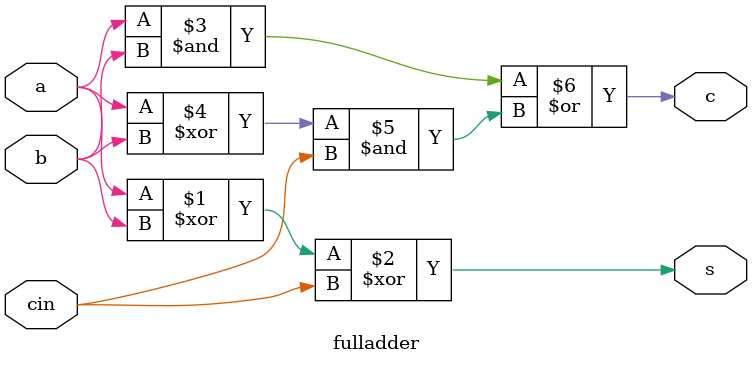
<source format=v>
`timescale 1ns / 1ps


module fulladder(
    input a,b,cin,
    output s,c
    );
    
    assign s=(a^b)^cin;
    assign c=(a&b)|((a^b)&cin);
    
endmodule

</source>
